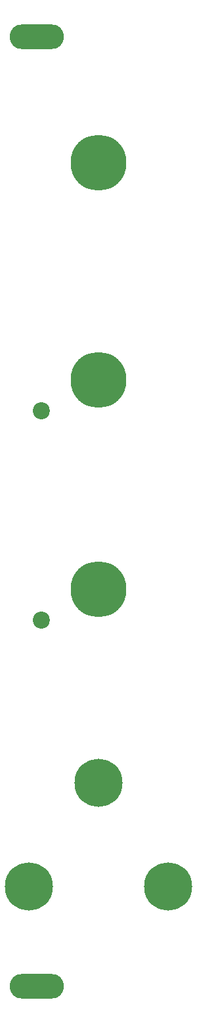
<source format=gts>
G04 #@! TF.GenerationSoftware,KiCad,Pcbnew,8.0.5*
G04 #@! TF.CreationDate,2024-11-24T11:30:12+01:00*
G04 #@! TF.ProjectId,wavefolder-panel,77617665-666f-46c6-9465-722d70616e65,rev?*
G04 #@! TF.SameCoordinates,Original*
G04 #@! TF.FileFunction,Soldermask,Top*
G04 #@! TF.FilePolarity,Negative*
%FSLAX46Y46*%
G04 Gerber Fmt 4.6, Leading zero omitted, Abs format (unit mm)*
G04 Created by KiCad (PCBNEW 8.0.5) date 2024-11-24 11:30:12*
%MOMM*%
%LPD*%
G01*
G04 APERTURE LIST*
%ADD10C,7.200000*%
%ADD11O,7.000000X3.200000*%
%ADD12C,6.200000*%
%ADD13C,2.200000*%
G04 APERTURE END LIST*
D10*
X65500000Y-97250000D03*
X65500000Y-69250000D03*
D11*
X57500000Y-53000000D03*
X57500000Y-175500000D03*
D12*
X74500000Y-162630000D03*
D13*
X58150000Y-101250000D03*
D12*
X65500000Y-149250000D03*
D13*
X58150000Y-128250000D03*
D12*
X56500000Y-162630000D03*
D10*
X65500000Y-124250000D03*
M02*

</source>
